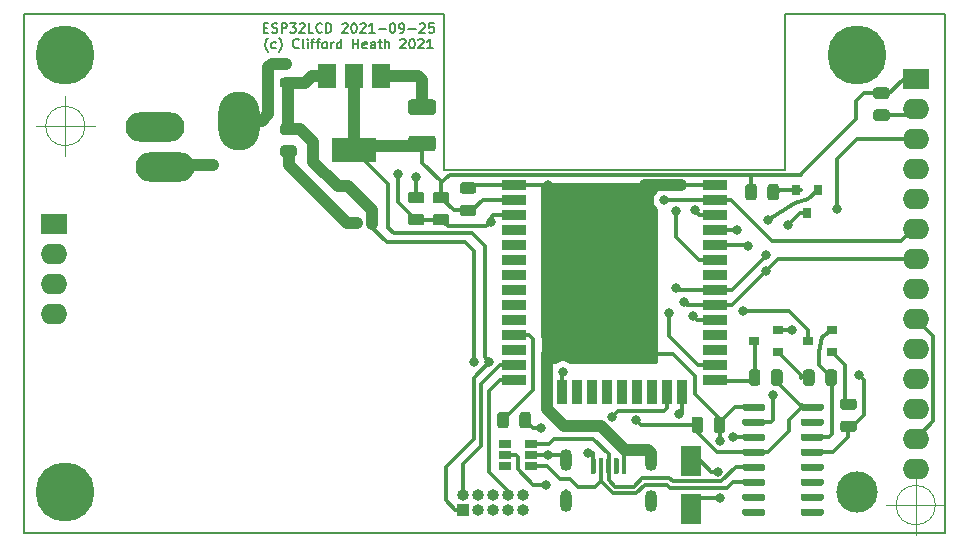
<source format=gbr>
%TF.GenerationSoftware,KiCad,Pcbnew,(5.1.6-0-10_14)*%
%TF.CreationDate,2021-09-25T22:28:50+10:00*%
%TF.ProjectId,esp32lcd,65737033-326c-4636-942e-6b696361645f,rev?*%
%TF.SameCoordinates,PX47868c0PY93d1cc0*%
%TF.FileFunction,Copper,L1,Top*%
%TF.FilePolarity,Positive*%
%FSLAX46Y46*%
G04 Gerber Fmt 4.6, Leading zero omitted, Abs format (unit mm)*
G04 Created by KiCad (PCBNEW (5.1.6-0-10_14)) date 2021-09-25 22:28:50*
%MOMM*%
%LPD*%
G01*
G04 APERTURE LIST*
%TA.AperFunction,NonConductor*%
%ADD10C,0.150000*%
%TD*%
%TA.AperFunction,Profile*%
%ADD11C,0.150000*%
%TD*%
%TA.AperFunction,Profile*%
%ADD12C,0.050000*%
%TD*%
%TA.AperFunction,ComponentPad*%
%ADD13R,2.250000X1.727200*%
%TD*%
%TA.AperFunction,ComponentPad*%
%ADD14O,2.250000X1.727200*%
%TD*%
%TA.AperFunction,ComponentPad*%
%ADD15O,1.000000X1.000000*%
%TD*%
%TA.AperFunction,ComponentPad*%
%ADD16R,1.000000X1.000000*%
%TD*%
%TA.AperFunction,SMDPad,CuDef*%
%ADD17R,0.900000X0.800000*%
%TD*%
%TA.AperFunction,ComponentPad*%
%ADD18O,5.000000X2.500000*%
%TD*%
%TA.AperFunction,ComponentPad*%
%ADD19O,3.500000X5.000000*%
%TD*%
%TA.AperFunction,SMDPad,CuDef*%
%ADD20R,1.060000X0.650000*%
%TD*%
%TA.AperFunction,SMDPad,CuDef*%
%ADD21R,3.800000X2.000000*%
%TD*%
%TA.AperFunction,SMDPad,CuDef*%
%ADD22R,1.500000X2.000000*%
%TD*%
%TA.AperFunction,SMDPad,CuDef*%
%ADD23R,0.800000X0.900000*%
%TD*%
%TA.AperFunction,ComponentPad*%
%ADD24O,1.050000X1.850000*%
%TD*%
%TA.AperFunction,SMDPad,CuDef*%
%ADD25R,5.000000X5.000000*%
%TD*%
%TA.AperFunction,SMDPad,CuDef*%
%ADD26R,2.000000X0.900000*%
%TD*%
%TA.AperFunction,SMDPad,CuDef*%
%ADD27R,0.900000X2.000000*%
%TD*%
%TA.AperFunction,SMDPad,CuDef*%
%ADD28R,1.800000X2.500000*%
%TD*%
%TA.AperFunction,ViaPad*%
%ADD29C,6.000000*%
%TD*%
%TA.AperFunction,ViaPad*%
%ADD30C,0.800000*%
%TD*%
%TA.AperFunction,ViaPad*%
%ADD31C,5.000000*%
%TD*%
%TA.AperFunction,ViaPad*%
%ADD32C,3.500000*%
%TD*%
%TA.AperFunction,Conductor*%
%ADD33C,0.350000*%
%TD*%
%TA.AperFunction,Conductor*%
%ADD34C,1.000000*%
%TD*%
%TA.AperFunction,Conductor*%
%ADD35C,0.254000*%
%TD*%
G04 APERTURE END LIST*
D10*
X20319047Y42832143D02*
X20585714Y42832143D01*
X20700000Y42413096D02*
X20319047Y42413096D01*
X20319047Y43213096D01*
X20700000Y43213096D01*
X21004761Y42451191D02*
X21119047Y42413096D01*
X21309523Y42413096D01*
X21385714Y42451191D01*
X21423809Y42489286D01*
X21461904Y42565477D01*
X21461904Y42641667D01*
X21423809Y42717858D01*
X21385714Y42755953D01*
X21309523Y42794048D01*
X21157142Y42832143D01*
X21080952Y42870239D01*
X21042857Y42908334D01*
X21004761Y42984524D01*
X21004761Y43060715D01*
X21042857Y43136905D01*
X21080952Y43175000D01*
X21157142Y43213096D01*
X21347619Y43213096D01*
X21461904Y43175000D01*
X21804761Y42413096D02*
X21804761Y43213096D01*
X22109523Y43213096D01*
X22185714Y43175000D01*
X22223809Y43136905D01*
X22261904Y43060715D01*
X22261904Y42946429D01*
X22223809Y42870239D01*
X22185714Y42832143D01*
X22109523Y42794048D01*
X21804761Y42794048D01*
X22528571Y43213096D02*
X23023809Y43213096D01*
X22757142Y42908334D01*
X22871428Y42908334D01*
X22947619Y42870239D01*
X22985714Y42832143D01*
X23023809Y42755953D01*
X23023809Y42565477D01*
X22985714Y42489286D01*
X22947619Y42451191D01*
X22871428Y42413096D01*
X22642857Y42413096D01*
X22566666Y42451191D01*
X22528571Y42489286D01*
X23328571Y43136905D02*
X23366666Y43175000D01*
X23442857Y43213096D01*
X23633333Y43213096D01*
X23709523Y43175000D01*
X23747619Y43136905D01*
X23785714Y43060715D01*
X23785714Y42984524D01*
X23747619Y42870239D01*
X23290476Y42413096D01*
X23785714Y42413096D01*
X24509523Y42413096D02*
X24128571Y42413096D01*
X24128571Y43213096D01*
X25233333Y42489286D02*
X25195238Y42451191D01*
X25080952Y42413096D01*
X25004761Y42413096D01*
X24890476Y42451191D01*
X24814285Y42527381D01*
X24776190Y42603572D01*
X24738095Y42755953D01*
X24738095Y42870239D01*
X24776190Y43022620D01*
X24814285Y43098810D01*
X24890476Y43175000D01*
X25004761Y43213096D01*
X25080952Y43213096D01*
X25195238Y43175000D01*
X25233333Y43136905D01*
X25576190Y42413096D02*
X25576190Y43213096D01*
X25766666Y43213096D01*
X25880952Y43175000D01*
X25957142Y43098810D01*
X25995238Y43022620D01*
X26033333Y42870239D01*
X26033333Y42755953D01*
X25995238Y42603572D01*
X25957142Y42527381D01*
X25880952Y42451191D01*
X25766666Y42413096D01*
X25576190Y42413096D01*
X26947619Y43136905D02*
X26985714Y43175000D01*
X27061904Y43213096D01*
X27252380Y43213096D01*
X27328571Y43175000D01*
X27366666Y43136905D01*
X27404761Y43060715D01*
X27404761Y42984524D01*
X27366666Y42870239D01*
X26909523Y42413096D01*
X27404761Y42413096D01*
X27900000Y43213096D02*
X27976190Y43213096D01*
X28052380Y43175000D01*
X28090476Y43136905D01*
X28128571Y43060715D01*
X28166666Y42908334D01*
X28166666Y42717858D01*
X28128571Y42565477D01*
X28090476Y42489286D01*
X28052380Y42451191D01*
X27976190Y42413096D01*
X27900000Y42413096D01*
X27823809Y42451191D01*
X27785714Y42489286D01*
X27747619Y42565477D01*
X27709523Y42717858D01*
X27709523Y42908334D01*
X27747619Y43060715D01*
X27785714Y43136905D01*
X27823809Y43175000D01*
X27900000Y43213096D01*
X28471428Y43136905D02*
X28509523Y43175000D01*
X28585714Y43213096D01*
X28776190Y43213096D01*
X28852380Y43175000D01*
X28890476Y43136905D01*
X28928571Y43060715D01*
X28928571Y42984524D01*
X28890476Y42870239D01*
X28433333Y42413096D01*
X28928571Y42413096D01*
X29690476Y42413096D02*
X29233333Y42413096D01*
X29461904Y42413096D02*
X29461904Y43213096D01*
X29385714Y43098810D01*
X29309523Y43022620D01*
X29233333Y42984524D01*
X30033333Y42717858D02*
X30642857Y42717858D01*
X31176190Y43213096D02*
X31252380Y43213096D01*
X31328571Y43175000D01*
X31366666Y43136905D01*
X31404761Y43060715D01*
X31442857Y42908334D01*
X31442857Y42717858D01*
X31404761Y42565477D01*
X31366666Y42489286D01*
X31328571Y42451191D01*
X31252380Y42413096D01*
X31176190Y42413096D01*
X31100000Y42451191D01*
X31061904Y42489286D01*
X31023809Y42565477D01*
X30985714Y42717858D01*
X30985714Y42908334D01*
X31023809Y43060715D01*
X31061904Y43136905D01*
X31100000Y43175000D01*
X31176190Y43213096D01*
X31823809Y42413096D02*
X31976190Y42413096D01*
X32052380Y42451191D01*
X32090476Y42489286D01*
X32166666Y42603572D01*
X32204761Y42755953D01*
X32204761Y43060715D01*
X32166666Y43136905D01*
X32128571Y43175000D01*
X32052380Y43213096D01*
X31900000Y43213096D01*
X31823809Y43175000D01*
X31785714Y43136905D01*
X31747619Y43060715D01*
X31747619Y42870239D01*
X31785714Y42794048D01*
X31823809Y42755953D01*
X31900000Y42717858D01*
X32052380Y42717858D01*
X32128571Y42755953D01*
X32166666Y42794048D01*
X32204761Y42870239D01*
X32547619Y42717858D02*
X33157142Y42717858D01*
X33500000Y43136905D02*
X33538095Y43175000D01*
X33614285Y43213096D01*
X33804761Y43213096D01*
X33880952Y43175000D01*
X33919047Y43136905D01*
X33957142Y43060715D01*
X33957142Y42984524D01*
X33919047Y42870239D01*
X33461904Y42413096D01*
X33957142Y42413096D01*
X34680952Y43213096D02*
X34300000Y43213096D01*
X34261904Y42832143D01*
X34300000Y42870239D01*
X34376190Y42908334D01*
X34566666Y42908334D01*
X34642857Y42870239D01*
X34680952Y42832143D01*
X34719047Y42755953D01*
X34719047Y42565477D01*
X34680952Y42489286D01*
X34642857Y42451191D01*
X34566666Y42413096D01*
X34376190Y42413096D01*
X34300000Y42451191D01*
X34261904Y42489286D01*
X20661904Y40758334D02*
X20623809Y40796429D01*
X20547619Y40910715D01*
X20509523Y40986905D01*
X20471428Y41101191D01*
X20433333Y41291667D01*
X20433333Y41444048D01*
X20471428Y41634524D01*
X20509523Y41748810D01*
X20547619Y41825000D01*
X20623809Y41939286D01*
X20661904Y41977381D01*
X21309523Y41101191D02*
X21233333Y41063096D01*
X21080952Y41063096D01*
X21004761Y41101191D01*
X20966666Y41139286D01*
X20928571Y41215477D01*
X20928571Y41444048D01*
X20966666Y41520239D01*
X21004761Y41558334D01*
X21080952Y41596429D01*
X21233333Y41596429D01*
X21309523Y41558334D01*
X21576190Y40758334D02*
X21614285Y40796429D01*
X21690476Y40910715D01*
X21728571Y40986905D01*
X21766666Y41101191D01*
X21804761Y41291667D01*
X21804761Y41444048D01*
X21766666Y41634524D01*
X21728571Y41748810D01*
X21690476Y41825000D01*
X21614285Y41939286D01*
X21576190Y41977381D01*
X23252380Y41139286D02*
X23214285Y41101191D01*
X23100000Y41063096D01*
X23023809Y41063096D01*
X22909523Y41101191D01*
X22833333Y41177381D01*
X22795238Y41253572D01*
X22757142Y41405953D01*
X22757142Y41520239D01*
X22795238Y41672620D01*
X22833333Y41748810D01*
X22909523Y41825000D01*
X23023809Y41863096D01*
X23100000Y41863096D01*
X23214285Y41825000D01*
X23252380Y41786905D01*
X23709523Y41063096D02*
X23633333Y41101191D01*
X23595238Y41177381D01*
X23595238Y41863096D01*
X24014285Y41063096D02*
X24014285Y41596429D01*
X24014285Y41863096D02*
X23976190Y41825000D01*
X24014285Y41786905D01*
X24052380Y41825000D01*
X24014285Y41863096D01*
X24014285Y41786905D01*
X24280952Y41596429D02*
X24585714Y41596429D01*
X24395238Y41063096D02*
X24395238Y41748810D01*
X24433333Y41825000D01*
X24509523Y41863096D01*
X24585714Y41863096D01*
X24738095Y41596429D02*
X25042857Y41596429D01*
X24852380Y41063096D02*
X24852380Y41748810D01*
X24890476Y41825000D01*
X24966666Y41863096D01*
X25042857Y41863096D01*
X25423809Y41063096D02*
X25347619Y41101191D01*
X25309523Y41139286D01*
X25271428Y41215477D01*
X25271428Y41444048D01*
X25309523Y41520239D01*
X25347619Y41558334D01*
X25423809Y41596429D01*
X25538095Y41596429D01*
X25614285Y41558334D01*
X25652380Y41520239D01*
X25690476Y41444048D01*
X25690476Y41215477D01*
X25652380Y41139286D01*
X25614285Y41101191D01*
X25538095Y41063096D01*
X25423809Y41063096D01*
X26033333Y41063096D02*
X26033333Y41596429D01*
X26033333Y41444048D02*
X26071428Y41520239D01*
X26109523Y41558334D01*
X26185714Y41596429D01*
X26261904Y41596429D01*
X26871428Y41063096D02*
X26871428Y41863096D01*
X26871428Y41101191D02*
X26795238Y41063096D01*
X26642857Y41063096D01*
X26566666Y41101191D01*
X26528571Y41139286D01*
X26490476Y41215477D01*
X26490476Y41444048D01*
X26528571Y41520239D01*
X26566666Y41558334D01*
X26642857Y41596429D01*
X26795238Y41596429D01*
X26871428Y41558334D01*
X27861904Y41063096D02*
X27861904Y41863096D01*
X27861904Y41482143D02*
X28319047Y41482143D01*
X28319047Y41063096D02*
X28319047Y41863096D01*
X29004761Y41101191D02*
X28928571Y41063096D01*
X28776190Y41063096D01*
X28700000Y41101191D01*
X28661904Y41177381D01*
X28661904Y41482143D01*
X28700000Y41558334D01*
X28776190Y41596429D01*
X28928571Y41596429D01*
X29004761Y41558334D01*
X29042857Y41482143D01*
X29042857Y41405953D01*
X28661904Y41329762D01*
X29728571Y41063096D02*
X29728571Y41482143D01*
X29690476Y41558334D01*
X29614285Y41596429D01*
X29461904Y41596429D01*
X29385714Y41558334D01*
X29728571Y41101191D02*
X29652380Y41063096D01*
X29461904Y41063096D01*
X29385714Y41101191D01*
X29347619Y41177381D01*
X29347619Y41253572D01*
X29385714Y41329762D01*
X29461904Y41367858D01*
X29652380Y41367858D01*
X29728571Y41405953D01*
X29995238Y41596429D02*
X30300000Y41596429D01*
X30109523Y41863096D02*
X30109523Y41177381D01*
X30147619Y41101191D01*
X30223809Y41063096D01*
X30300000Y41063096D01*
X30566666Y41063096D02*
X30566666Y41863096D01*
X30909523Y41063096D02*
X30909523Y41482143D01*
X30871428Y41558334D01*
X30795238Y41596429D01*
X30680952Y41596429D01*
X30604761Y41558334D01*
X30566666Y41520239D01*
X31861904Y41786905D02*
X31900000Y41825000D01*
X31976190Y41863096D01*
X32166666Y41863096D01*
X32242857Y41825000D01*
X32280952Y41786905D01*
X32319047Y41710715D01*
X32319047Y41634524D01*
X32280952Y41520239D01*
X31823809Y41063096D01*
X32319047Y41063096D01*
X32814285Y41863096D02*
X32890476Y41863096D01*
X32966666Y41825000D01*
X33004761Y41786905D01*
X33042857Y41710715D01*
X33080952Y41558334D01*
X33080952Y41367858D01*
X33042857Y41215477D01*
X33004761Y41139286D01*
X32966666Y41101191D01*
X32890476Y41063096D01*
X32814285Y41063096D01*
X32738095Y41101191D01*
X32700000Y41139286D01*
X32661904Y41215477D01*
X32623809Y41367858D01*
X32623809Y41558334D01*
X32661904Y41710715D01*
X32700000Y41786905D01*
X32738095Y41825000D01*
X32814285Y41863096D01*
X33385714Y41786905D02*
X33423809Y41825000D01*
X33500000Y41863096D01*
X33690476Y41863096D01*
X33766666Y41825000D01*
X33804761Y41786905D01*
X33842857Y41710715D01*
X33842857Y41634524D01*
X33804761Y41520239D01*
X33347619Y41063096D01*
X33842857Y41063096D01*
X34604761Y41063096D02*
X34147619Y41063096D01*
X34376190Y41063096D02*
X34376190Y41863096D01*
X34300000Y41748810D01*
X34223809Y41672620D01*
X34147619Y41634524D01*
D11*
X78000000Y44000000D02*
X64400000Y44000000D01*
X64400000Y30800000D02*
X64400000Y44000000D01*
X35600000Y30800000D02*
X64400000Y30800000D01*
X35600000Y44000000D02*
X35600000Y30800000D01*
D12*
X77166666Y2400000D02*
G75*
G03*
X77166666Y2400000I-1666666J0D01*
G01*
X73000000Y2400000D02*
X78000000Y2400000D01*
X75500000Y4900000D02*
X75500000Y-100000D01*
X5166666Y34500000D02*
G75*
G03*
X5166666Y34500000I-1666666J0D01*
G01*
X1000000Y34500000D02*
X6000000Y34500000D01*
X3500000Y37000000D02*
X3500000Y32000000D01*
D11*
X35600000Y44000000D02*
X0Y44000000D01*
X0Y0D02*
X0Y44000000D01*
X78000000Y0D02*
X0Y0D01*
X78000000Y44000000D02*
X78000000Y0D01*
D13*
%TO.P,U15,15*%
%TO.N,VSPICLK*%
X2570000Y26190000D03*
D14*
%TO.P,U15,16*%
%TO.N,VSPIDIN*%
X2570000Y23650000D03*
%TO.P,U15,17*%
%TO.N,VSPIDATA*%
X2570000Y21110000D03*
%TO.P,U15,18*%
%TO.N,VSPICS1*%
X2570000Y18570000D03*
%TO.P,U15,14*%
%TO.N,Net-(U15-Pad14)*%
X75500000Y5480000D03*
%TO.P,U15,13*%
%TO.N,VSPIDIN*%
X75500000Y8020000D03*
%TO.P,U15,12*%
%TO.N,VSPIDATA*%
X75500000Y10560000D03*
%TO.P,U15,11*%
%TO.N,VSPICS2*%
X75500000Y13100000D03*
%TO.P,U15,10*%
%TO.N,VSPICLK*%
X75500000Y15640000D03*
%TO.P,U15,9*%
%TO.N,VSPIDIN*%
X75500000Y18180000D03*
%TO.P,U15,8*%
%TO.N,BACKLIGHT*%
X75500000Y20720000D03*
%TO.P,U15,7*%
%TO.N,VSPICLK*%
X75500000Y23260000D03*
%TO.P,U15,6*%
%TO.N,VSPIDATA*%
X75500000Y25800000D03*
%TO.P,U15,5*%
%TO.N,LCDDC*%
X75500000Y28340000D03*
%TO.P,U15,4*%
%TO.N,LCDRST*%
X75500000Y30880000D03*
%TO.P,U15,3*%
%TO.N,VSPICS0*%
X75500000Y33420000D03*
%TO.P,U15,2*%
%TO.N,GND*%
X75500000Y35960000D03*
D13*
%TO.P,U15,1*%
%TO.N,+3V3*%
X75500000Y38500000D03*
%TD*%
D15*
%TO.P,J1,10*%
%TO.N,Net-(J1-Pad10)*%
X42280000Y3270000D03*
%TO.P,J1,9*%
%TO.N,GND*%
X42280000Y2000000D03*
%TO.P,J1,8*%
%TO.N,Net-(J1-Pad8)*%
X41010000Y3270000D03*
%TO.P,J1,7*%
%TO.N,GND*%
X41010000Y2000000D03*
%TO.P,J1,6*%
%TO.N,Net-(J1-Pad6)*%
X39740000Y3270000D03*
%TO.P,J1,5*%
%TO.N,GND*%
X39740000Y2000000D03*
%TO.P,J1,4*%
%TO.N,Net-(J1-Pad4)*%
X38470000Y3270000D03*
%TO.P,J1,3*%
%TO.N,GND*%
X38470000Y2000000D03*
%TO.P,J1,2*%
%TO.N,Net-(J1-Pad2)*%
X37200000Y3270000D03*
D16*
%TO.P,J1,1*%
%TO.N,+3V3*%
X37200000Y2000000D03*
%TD*%
%TO.P,R1,2*%
%TO.N,Net-(Q1-Pad1)*%
%TA.AperFunction,SMDPad,CuDef*%
G36*
G01*
X66950000Y13656250D02*
X66950000Y12743750D01*
G75*
G02*
X66706250Y12500000I-243750J0D01*
G01*
X66218750Y12500000D01*
G75*
G02*
X65975000Y12743750I0J243750D01*
G01*
X65975000Y13656250D01*
G75*
G02*
X66218750Y13900000I243750J0D01*
G01*
X66706250Y13900000D01*
G75*
G02*
X66950000Y13656250I0J-243750D01*
G01*
G37*
%TD.AperFunction*%
%TO.P,R1,1*%
%TO.N,Net-(Q12-Pad2)*%
%TA.AperFunction,SMDPad,CuDef*%
G36*
G01*
X68825000Y13656250D02*
X68825000Y12743750D01*
G75*
G02*
X68581250Y12500000I-243750J0D01*
G01*
X68093750Y12500000D01*
G75*
G02*
X67850000Y12743750I0J243750D01*
G01*
X67850000Y13656250D01*
G75*
G02*
X68093750Y13900000I243750J0D01*
G01*
X68581250Y13900000D01*
G75*
G02*
X68825000Y13656250I0J-243750D01*
G01*
G37*
%TD.AperFunction*%
%TD*%
D17*
%TO.P,Q1,1*%
%TO.N,Net-(Q1-Pad1)*%
X63800000Y15350000D03*
%TO.P,Q1,2*%
%TO.N,Net-(Q1-Pad2)*%
X63800000Y17250000D03*
%TO.P,Q1,3*%
%TO.N,Net-(Q1-Pad3)*%
X61800000Y16300000D03*
%TD*%
%TO.P,R14,2*%
%TO.N,Net-(Q1-Pad3)*%
%TA.AperFunction,SMDPad,CuDef*%
G36*
G01*
X62350000Y13656250D02*
X62350000Y12743750D01*
G75*
G02*
X62106250Y12500000I-243750J0D01*
G01*
X61618750Y12500000D01*
G75*
G02*
X61375000Y12743750I0J243750D01*
G01*
X61375000Y13656250D01*
G75*
G02*
X61618750Y13900000I243750J0D01*
G01*
X62106250Y13900000D01*
G75*
G02*
X62350000Y13656250I0J-243750D01*
G01*
G37*
%TD.AperFunction*%
%TO.P,R14,1*%
%TO.N,+3V3*%
%TA.AperFunction,SMDPad,CuDef*%
G36*
G01*
X64225000Y13656250D02*
X64225000Y12743750D01*
G75*
G02*
X63981250Y12500000I-243750J0D01*
G01*
X63493750Y12500000D01*
G75*
G02*
X63250000Y12743750I0J243750D01*
G01*
X63250000Y13656250D01*
G75*
G02*
X63493750Y13900000I243750J0D01*
G01*
X63981250Y13900000D01*
G75*
G02*
X64225000Y13656250I0J-243750D01*
G01*
G37*
%TD.AperFunction*%
%TD*%
%TO.P,FB11,2*%
%TO.N,Net-(FB11-Pad2)*%
%TA.AperFunction,SMDPad,CuDef*%
G36*
G01*
X22406250Y39300000D02*
X21893750Y39300000D01*
G75*
G02*
X21675000Y39518750I0J218750D01*
G01*
X21675000Y39956250D01*
G75*
G02*
X21893750Y40175000I218750J0D01*
G01*
X22406250Y40175000D01*
G75*
G02*
X22625000Y39956250I0J-218750D01*
G01*
X22625000Y39518750D01*
G75*
G02*
X22406250Y39300000I-218750J0D01*
G01*
G37*
%TD.AperFunction*%
%TO.P,FB11,1*%
%TO.N,+5V*%
%TA.AperFunction,SMDPad,CuDef*%
G36*
G01*
X22406250Y37725000D02*
X21893750Y37725000D01*
G75*
G02*
X21675000Y37943750I0J218750D01*
G01*
X21675000Y38381250D01*
G75*
G02*
X21893750Y38600000I218750J0D01*
G01*
X22406250Y38600000D01*
G75*
G02*
X22625000Y38381250I0J-218750D01*
G01*
X22625000Y37943750D01*
G75*
G02*
X22406250Y37725000I-218750J0D01*
G01*
G37*
%TD.AperFunction*%
%TD*%
%TO.P,C12,2*%
%TO.N,GND*%
%TA.AperFunction,SMDPad,CuDef*%
G36*
G01*
X21943750Y32850000D02*
X22856250Y32850000D01*
G75*
G02*
X23100000Y32606250I0J-243750D01*
G01*
X23100000Y32118750D01*
G75*
G02*
X22856250Y31875000I-243750J0D01*
G01*
X21943750Y31875000D01*
G75*
G02*
X21700000Y32118750I0J243750D01*
G01*
X21700000Y32606250D01*
G75*
G02*
X21943750Y32850000I243750J0D01*
G01*
G37*
%TD.AperFunction*%
%TO.P,C12,1*%
%TO.N,+5V*%
%TA.AperFunction,SMDPad,CuDef*%
G36*
G01*
X21943750Y34725000D02*
X22856250Y34725000D01*
G75*
G02*
X23100000Y34481250I0J-243750D01*
G01*
X23100000Y33993750D01*
G75*
G02*
X22856250Y33750000I-243750J0D01*
G01*
X21943750Y33750000D01*
G75*
G02*
X21700000Y33993750I0J243750D01*
G01*
X21700000Y34481250D01*
G75*
G02*
X21943750Y34725000I243750J0D01*
G01*
G37*
%TD.AperFunction*%
%TD*%
D18*
%TO.P,J12,3*%
%TO.N,Net-(J12-Pad3)*%
X11100000Y34400000D03*
D19*
%TO.P,J12,2*%
%TO.N,Net-(FB11-Pad2)*%
X18200000Y34950000D03*
D18*
%TO.P,J12,1*%
%TO.N,GND*%
X11900000Y31000000D03*
%TD*%
D20*
%TO.P,U11,5*%
%TO.N,+5V*%
X40750000Y6650000D03*
%TO.P,U11,6*%
%TO.N,Net-(U11-Pad6)*%
X40750000Y5700000D03*
%TO.P,U11,4*%
%TO.N,Net-(U11-Pad4)*%
X40750000Y7600000D03*
%TO.P,U11,3*%
%TO.N,/D+*%
X42950000Y7600000D03*
%TO.P,U11,2*%
%TO.N,GND*%
X42950000Y6650000D03*
%TO.P,U11,1*%
%TO.N,/D-*%
X42950000Y5700000D03*
%TD*%
%TO.P,C13,1*%
%TO.N,+3V3*%
%TA.AperFunction,SMDPad,CuDef*%
G36*
G01*
X34625001Y32350000D02*
X32774999Y32350000D01*
G75*
G02*
X32525000Y32599999I0J249999D01*
G01*
X32525000Y33425001D01*
G75*
G02*
X32774999Y33675000I249999J0D01*
G01*
X34625001Y33675000D01*
G75*
G02*
X34875000Y33425001I0J-249999D01*
G01*
X34875000Y32599999D01*
G75*
G02*
X34625001Y32350000I-249999J0D01*
G01*
G37*
%TD.AperFunction*%
%TO.P,C13,2*%
%TO.N,GND*%
%TA.AperFunction,SMDPad,CuDef*%
G36*
G01*
X34625001Y35425000D02*
X32774999Y35425000D01*
G75*
G02*
X32525000Y35674999I0J249999D01*
G01*
X32525000Y36500001D01*
G75*
G02*
X32774999Y36750000I249999J0D01*
G01*
X34625001Y36750000D01*
G75*
G02*
X34875000Y36500001I0J-249999D01*
G01*
X34875000Y35674999D01*
G75*
G02*
X34625001Y35425000I-249999J0D01*
G01*
G37*
%TD.AperFunction*%
%TD*%
%TO.P,U12,16*%
%TO.N,+3V3*%
%TA.AperFunction,SMDPad,CuDef*%
G36*
G01*
X65750000Y10545000D02*
X65750000Y10845000D01*
G75*
G02*
X65900000Y10995000I150000J0D01*
G01*
X67550000Y10995000D01*
G75*
G02*
X67700000Y10845000I0J-150000D01*
G01*
X67700000Y10545000D01*
G75*
G02*
X67550000Y10395000I-150000J0D01*
G01*
X65900000Y10395000D01*
G75*
G02*
X65750000Y10545000I0J150000D01*
G01*
G37*
%TD.AperFunction*%
%TO.P,U12,15*%
%TO.N,Net-(U12-Pad15)*%
%TA.AperFunction,SMDPad,CuDef*%
G36*
G01*
X65750000Y9275000D02*
X65750000Y9575000D01*
G75*
G02*
X65900000Y9725000I150000J0D01*
G01*
X67550000Y9725000D01*
G75*
G02*
X67700000Y9575000I0J-150000D01*
G01*
X67700000Y9275000D01*
G75*
G02*
X67550000Y9125000I-150000J0D01*
G01*
X65900000Y9125000D01*
G75*
G02*
X65750000Y9275000I0J150000D01*
G01*
G37*
%TD.AperFunction*%
%TO.P,U12,14*%
%TO.N,Net-(Q12-Pad2)*%
%TA.AperFunction,SMDPad,CuDef*%
G36*
G01*
X65750000Y8005000D02*
X65750000Y8305000D01*
G75*
G02*
X65900000Y8455000I150000J0D01*
G01*
X67550000Y8455000D01*
G75*
G02*
X67700000Y8305000I0J-150000D01*
G01*
X67700000Y8005000D01*
G75*
G02*
X67550000Y7855000I-150000J0D01*
G01*
X65900000Y7855000D01*
G75*
G02*
X65750000Y8005000I0J150000D01*
G01*
G37*
%TD.AperFunction*%
%TO.P,U12,13*%
%TO.N,Net-(Q1-Pad2)*%
%TA.AperFunction,SMDPad,CuDef*%
G36*
G01*
X65750000Y6735000D02*
X65750000Y7035000D01*
G75*
G02*
X65900000Y7185000I150000J0D01*
G01*
X67550000Y7185000D01*
G75*
G02*
X67700000Y7035000I0J-150000D01*
G01*
X67700000Y6735000D01*
G75*
G02*
X67550000Y6585000I-150000J0D01*
G01*
X65900000Y6585000D01*
G75*
G02*
X65750000Y6735000I0J150000D01*
G01*
G37*
%TD.AperFunction*%
%TO.P,U12,12*%
%TO.N,Net-(U12-Pad12)*%
%TA.AperFunction,SMDPad,CuDef*%
G36*
G01*
X65750000Y5465000D02*
X65750000Y5765000D01*
G75*
G02*
X65900000Y5915000I150000J0D01*
G01*
X67550000Y5915000D01*
G75*
G02*
X67700000Y5765000I0J-150000D01*
G01*
X67700000Y5465000D01*
G75*
G02*
X67550000Y5315000I-150000J0D01*
G01*
X65900000Y5315000D01*
G75*
G02*
X65750000Y5465000I0J150000D01*
G01*
G37*
%TD.AperFunction*%
%TO.P,U12,11*%
%TO.N,Net-(U12-Pad11)*%
%TA.AperFunction,SMDPad,CuDef*%
G36*
G01*
X65750000Y4195000D02*
X65750000Y4495000D01*
G75*
G02*
X65900000Y4645000I150000J0D01*
G01*
X67550000Y4645000D01*
G75*
G02*
X67700000Y4495000I0J-150000D01*
G01*
X67700000Y4195000D01*
G75*
G02*
X67550000Y4045000I-150000J0D01*
G01*
X65900000Y4045000D01*
G75*
G02*
X65750000Y4195000I0J150000D01*
G01*
G37*
%TD.AperFunction*%
%TO.P,U12,10*%
%TO.N,Net-(U12-Pad10)*%
%TA.AperFunction,SMDPad,CuDef*%
G36*
G01*
X65750000Y2925000D02*
X65750000Y3225000D01*
G75*
G02*
X65900000Y3375000I150000J0D01*
G01*
X67550000Y3375000D01*
G75*
G02*
X67700000Y3225000I0J-150000D01*
G01*
X67700000Y2925000D01*
G75*
G02*
X67550000Y2775000I-150000J0D01*
G01*
X65900000Y2775000D01*
G75*
G02*
X65750000Y2925000I0J150000D01*
G01*
G37*
%TD.AperFunction*%
%TO.P,U12,9*%
%TO.N,Net-(U12-Pad9)*%
%TA.AperFunction,SMDPad,CuDef*%
G36*
G01*
X65750000Y1655000D02*
X65750000Y1955000D01*
G75*
G02*
X65900000Y2105000I150000J0D01*
G01*
X67550000Y2105000D01*
G75*
G02*
X67700000Y1955000I0J-150000D01*
G01*
X67700000Y1655000D01*
G75*
G02*
X67550000Y1505000I-150000J0D01*
G01*
X65900000Y1505000D01*
G75*
G02*
X65750000Y1655000I0J150000D01*
G01*
G37*
%TD.AperFunction*%
%TO.P,U12,8*%
%TO.N,Net-(U12-Pad8)*%
%TA.AperFunction,SMDPad,CuDef*%
G36*
G01*
X60800000Y1655000D02*
X60800000Y1955000D01*
G75*
G02*
X60950000Y2105000I150000J0D01*
G01*
X62600000Y2105000D01*
G75*
G02*
X62750000Y1955000I0J-150000D01*
G01*
X62750000Y1655000D01*
G75*
G02*
X62600000Y1505000I-150000J0D01*
G01*
X60950000Y1505000D01*
G75*
G02*
X60800000Y1655000I0J150000D01*
G01*
G37*
%TD.AperFunction*%
%TO.P,U12,7*%
%TO.N,Net-(U12-Pad7)*%
%TA.AperFunction,SMDPad,CuDef*%
G36*
G01*
X60800000Y2925000D02*
X60800000Y3225000D01*
G75*
G02*
X60950000Y3375000I150000J0D01*
G01*
X62600000Y3375000D01*
G75*
G02*
X62750000Y3225000I0J-150000D01*
G01*
X62750000Y2925000D01*
G75*
G02*
X62600000Y2775000I-150000J0D01*
G01*
X60950000Y2775000D01*
G75*
G02*
X60800000Y2925000I0J150000D01*
G01*
G37*
%TD.AperFunction*%
%TO.P,U12,6*%
%TO.N,/D-*%
%TA.AperFunction,SMDPad,CuDef*%
G36*
G01*
X60800000Y4195000D02*
X60800000Y4495000D01*
G75*
G02*
X60950000Y4645000I150000J0D01*
G01*
X62600000Y4645000D01*
G75*
G02*
X62750000Y4495000I0J-150000D01*
G01*
X62750000Y4195000D01*
G75*
G02*
X62600000Y4045000I-150000J0D01*
G01*
X60950000Y4045000D01*
G75*
G02*
X60800000Y4195000I0J150000D01*
G01*
G37*
%TD.AperFunction*%
%TO.P,U12,5*%
%TO.N,/D+*%
%TA.AperFunction,SMDPad,CuDef*%
G36*
G01*
X60800000Y5465000D02*
X60800000Y5765000D01*
G75*
G02*
X60950000Y5915000I150000J0D01*
G01*
X62600000Y5915000D01*
G75*
G02*
X62750000Y5765000I0J-150000D01*
G01*
X62750000Y5465000D01*
G75*
G02*
X62600000Y5315000I-150000J0D01*
G01*
X60950000Y5315000D01*
G75*
G02*
X60800000Y5465000I0J150000D01*
G01*
G37*
%TD.AperFunction*%
%TO.P,U12,4*%
%TO.N,+3V3*%
%TA.AperFunction,SMDPad,CuDef*%
G36*
G01*
X60800000Y6735000D02*
X60800000Y7035000D01*
G75*
G02*
X60950000Y7185000I150000J0D01*
G01*
X62600000Y7185000D01*
G75*
G02*
X62750000Y7035000I0J-150000D01*
G01*
X62750000Y6735000D01*
G75*
G02*
X62600000Y6585000I-150000J0D01*
G01*
X60950000Y6585000D01*
G75*
G02*
X60800000Y6735000I0J150000D01*
G01*
G37*
%TD.AperFunction*%
%TO.P,U12,3*%
%TO.N,/TXD0*%
%TA.AperFunction,SMDPad,CuDef*%
G36*
G01*
X60800000Y8005000D02*
X60800000Y8305000D01*
G75*
G02*
X60950000Y8455000I150000J0D01*
G01*
X62600000Y8455000D01*
G75*
G02*
X62750000Y8305000I0J-150000D01*
G01*
X62750000Y8005000D01*
G75*
G02*
X62600000Y7855000I-150000J0D01*
G01*
X60950000Y7855000D01*
G75*
G02*
X60800000Y8005000I0J150000D01*
G01*
G37*
%TD.AperFunction*%
%TO.P,U12,2*%
%TO.N,/RXD0*%
%TA.AperFunction,SMDPad,CuDef*%
G36*
G01*
X60800000Y9275000D02*
X60800000Y9575000D01*
G75*
G02*
X60950000Y9725000I150000J0D01*
G01*
X62600000Y9725000D01*
G75*
G02*
X62750000Y9575000I0J-150000D01*
G01*
X62750000Y9275000D01*
G75*
G02*
X62600000Y9125000I-150000J0D01*
G01*
X60950000Y9125000D01*
G75*
G02*
X60800000Y9275000I0J150000D01*
G01*
G37*
%TD.AperFunction*%
%TO.P,U12,1*%
%TO.N,GND*%
%TA.AperFunction,SMDPad,CuDef*%
G36*
G01*
X60800000Y10545000D02*
X60800000Y10845000D01*
G75*
G02*
X60950000Y10995000I150000J0D01*
G01*
X62600000Y10995000D01*
G75*
G02*
X62750000Y10845000I0J-150000D01*
G01*
X62750000Y10545000D01*
G75*
G02*
X62600000Y10395000I-150000J0D01*
G01*
X60950000Y10395000D01*
G75*
G02*
X60800000Y10545000I0J150000D01*
G01*
G37*
%TD.AperFunction*%
%TD*%
D21*
%TO.P,U13,2*%
%TO.N,+3V3*%
X27950000Y32450000D03*
D22*
X27950000Y38750000D03*
%TO.P,U13,3*%
%TO.N,+5V*%
X25650000Y38750000D03*
%TO.P,U13,1*%
%TO.N,GND*%
X30250000Y38750000D03*
%TD*%
D23*
%TO.P,Q13,1*%
%TO.N,Net-(Q13-Pad1)*%
X67250000Y29100000D03*
%TO.P,Q13,2*%
%TO.N,Net-(Q13-Pad2)*%
X65350000Y29100000D03*
%TO.P,Q13,3*%
%TO.N,BACKLIGHT*%
X66300000Y27100000D03*
%TD*%
D17*
%TO.P,Q12,1*%
%TO.N,Net-(Q12-Pad1)*%
X68400000Y15350000D03*
%TO.P,Q12,2*%
%TO.N,Net-(Q12-Pad2)*%
X68400000Y17250000D03*
%TO.P,Q12,3*%
%TO.N,ESP_EN*%
X66400000Y16300000D03*
%TD*%
D24*
%TO.P,J11,6*%
%TO.N,GND*%
X53075000Y2770000D03*
X45925000Y2770000D03*
X53075000Y6220000D03*
X45925000Y6220000D03*
%TO.P,J11,5*%
%TA.AperFunction,SMDPad,CuDef*%
G36*
G01*
X50600000Y5120000D02*
X50600000Y6320000D01*
G75*
G02*
X50700000Y6420000I100000J0D01*
G01*
X50900000Y6420000D01*
G75*
G02*
X51000000Y6320000I0J-100000D01*
G01*
X51000000Y5120000D01*
G75*
G02*
X50900000Y5020000I-100000J0D01*
G01*
X50700000Y5020000D01*
G75*
G02*
X50600000Y5120000I0J100000D01*
G01*
G37*
%TD.AperFunction*%
%TO.P,J11,4*%
%TO.N,Net-(J11-Pad4)*%
%TA.AperFunction,SMDPad,CuDef*%
G36*
G01*
X49950000Y5120000D02*
X49950000Y6320000D01*
G75*
G02*
X50050000Y6420000I100000J0D01*
G01*
X50250000Y6420000D01*
G75*
G02*
X50350000Y6320000I0J-100000D01*
G01*
X50350000Y5120000D01*
G75*
G02*
X50250000Y5020000I-100000J0D01*
G01*
X50050000Y5020000D01*
G75*
G02*
X49950000Y5120000I0J100000D01*
G01*
G37*
%TD.AperFunction*%
%TO.P,J11,3*%
%TO.N,/D+*%
%TA.AperFunction,SMDPad,CuDef*%
G36*
G01*
X49300000Y5120000D02*
X49300000Y6320000D01*
G75*
G02*
X49400000Y6420000I100000J0D01*
G01*
X49600000Y6420000D01*
G75*
G02*
X49700000Y6320000I0J-100000D01*
G01*
X49700000Y5120000D01*
G75*
G02*
X49600000Y5020000I-100000J0D01*
G01*
X49400000Y5020000D01*
G75*
G02*
X49300000Y5120000I0J100000D01*
G01*
G37*
%TD.AperFunction*%
%TO.P,J11,2*%
%TO.N,/D-*%
%TA.AperFunction,SMDPad,CuDef*%
G36*
G01*
X48650000Y5120000D02*
X48650000Y6320000D01*
G75*
G02*
X48750000Y6420000I100000J0D01*
G01*
X48950000Y6420000D01*
G75*
G02*
X49050000Y6320000I0J-100000D01*
G01*
X49050000Y5120000D01*
G75*
G02*
X48950000Y5020000I-100000J0D01*
G01*
X48750000Y5020000D01*
G75*
G02*
X48650000Y5120000I0J100000D01*
G01*
G37*
%TD.AperFunction*%
%TO.P,J11,1*%
%TO.N,Net-(D11-Pad2)*%
%TA.AperFunction,SMDPad,CuDef*%
G36*
G01*
X48000000Y5120000D02*
X48000000Y6320000D01*
G75*
G02*
X48100000Y6420000I100000J0D01*
G01*
X48300000Y6420000D01*
G75*
G02*
X48400000Y6320000I0J-100000D01*
G01*
X48400000Y5120000D01*
G75*
G02*
X48300000Y5020000I-100000J0D01*
G01*
X48100000Y5020000D01*
G75*
G02*
X48000000Y5120000I0J100000D01*
G01*
G37*
%TD.AperFunction*%
%TD*%
D25*
%TO.P,U14,39*%
%TO.N,GND*%
X49000000Y22005000D03*
D26*
%TO.P,U14,1*%
X41500000Y29505000D03*
%TO.P,U14,2*%
%TO.N,+3V3*%
X41500000Y28235000D03*
%TO.P,U14,3*%
%TO.N,ESP_EN*%
X41500000Y26965000D03*
%TO.P,U14,4*%
%TO.N,Net-(U14-Pad4)*%
X41500000Y25695000D03*
%TO.P,U14,5*%
%TO.N,Net-(U14-Pad5)*%
X41500000Y24425000D03*
%TO.P,U14,6*%
%TO.N,Net-(U14-Pad6)*%
X41500000Y23155000D03*
%TO.P,U14,7*%
%TO.N,Net-(U14-Pad7)*%
X41500000Y21885000D03*
%TO.P,U14,8*%
%TO.N,Net-(U14-Pad8)*%
X41500000Y20615000D03*
%TO.P,U14,9*%
%TO.N,Net-(U14-Pad9)*%
X41500000Y19345000D03*
%TO.P,U14,10*%
%TO.N,Net-(U14-Pad10)*%
X41500000Y18075000D03*
%TO.P,U14,11*%
%TO.N,Net-(R15-Pad1)*%
X41500000Y16805000D03*
%TO.P,U14,12*%
%TO.N,Net-(U14-Pad12)*%
X41500000Y15535000D03*
%TO.P,U14,13*%
%TO.N,Net-(J1-Pad2)*%
X41500000Y14265000D03*
%TO.P,U14,14*%
%TO.N,Net-(J1-Pad8)*%
X41500000Y12995000D03*
D27*
%TO.P,U14,15*%
%TO.N,GND*%
X44285000Y11995000D03*
%TO.P,U14,16*%
%TO.N,Net-(J1-Pad4)*%
X45555000Y11995000D03*
%TO.P,U14,17*%
%TO.N,Net-(U14-Pad17)*%
X46825000Y11995000D03*
%TO.P,U14,18*%
%TO.N,Net-(U14-Pad18)*%
X48095000Y11995000D03*
%TO.P,U14,19*%
%TO.N,Net-(U14-Pad19)*%
X49365000Y11995000D03*
%TO.P,U14,20*%
%TO.N,Net-(U14-Pad20)*%
X50635000Y11995000D03*
%TO.P,U14,21*%
%TO.N,Net-(U14-Pad21)*%
X51905000Y11995000D03*
%TO.P,U14,22*%
%TO.N,Net-(U14-Pad22)*%
X53175000Y11995000D03*
%TO.P,U14,23*%
%TO.N,Net-(J1-Pad6)*%
X54445000Y11995000D03*
%TO.P,U14,24*%
%TO.N,VSPICS2*%
X55715000Y11995000D03*
D26*
%TO.P,U14,25*%
%TO.N,Net-(Q1-Pad3)*%
X58500000Y12995000D03*
%TO.P,U14,26*%
%TO.N,VSPICS1*%
X58500000Y14265000D03*
%TO.P,U14,27*%
%TO.N,Net-(U14-Pad27)*%
X58500000Y15535000D03*
%TO.P,U14,28*%
%TO.N,Net-(U14-Pad28)*%
X58500000Y16805000D03*
%TO.P,U14,29*%
%TO.N,VSPICS0*%
X58500000Y18075000D03*
%TO.P,U14,30*%
%TO.N,VSPICLK*%
X58500000Y19345000D03*
%TO.P,U14,31*%
%TO.N,VSPIDIN*%
X58500000Y20615000D03*
%TO.P,U14,32*%
%TO.N,Net-(U14-Pad32)*%
X58500000Y21885000D03*
%TO.P,U14,33*%
%TO.N,LCDRST*%
X58500000Y23155000D03*
%TO.P,U14,34*%
%TO.N,/RXD0*%
X58500000Y24425000D03*
%TO.P,U14,35*%
%TO.N,/TXD0*%
X58500000Y25695000D03*
%TO.P,U14,36*%
%TO.N,LCDDC*%
X58500000Y26965000D03*
%TO.P,U14,37*%
%TO.N,VSPIDATA*%
X58500000Y28235000D03*
%TO.P,U14,38*%
%TO.N,GND*%
X58500000Y29505000D03*
%TD*%
D28*
%TO.P,D11,2*%
%TO.N,Net-(D11-Pad2)*%
X56500000Y6100000D03*
%TO.P,D11,1*%
%TO.N,+5V*%
X56500000Y2100000D03*
%TD*%
%TO.P,R12,1*%
%TO.N,Net-(Q1-Pad2)*%
%TA.AperFunction,SMDPad,CuDef*%
G36*
G01*
X70256250Y8575000D02*
X69343750Y8575000D01*
G75*
G02*
X69100000Y8818750I0J243750D01*
G01*
X69100000Y9306250D01*
G75*
G02*
X69343750Y9550000I243750J0D01*
G01*
X70256250Y9550000D01*
G75*
G02*
X70500000Y9306250I0J-243750D01*
G01*
X70500000Y8818750D01*
G75*
G02*
X70256250Y8575000I-243750J0D01*
G01*
G37*
%TD.AperFunction*%
%TO.P,R12,2*%
%TO.N,Net-(Q12-Pad1)*%
%TA.AperFunction,SMDPad,CuDef*%
G36*
G01*
X70256250Y10450000D02*
X69343750Y10450000D01*
G75*
G02*
X69100000Y10693750I0J243750D01*
G01*
X69100000Y11181250D01*
G75*
G02*
X69343750Y11425000I243750J0D01*
G01*
X70256250Y11425000D01*
G75*
G02*
X70500000Y11181250I0J-243750D01*
G01*
X70500000Y10693750D01*
G75*
G02*
X70256250Y10450000I-243750J0D01*
G01*
G37*
%TD.AperFunction*%
%TD*%
%TO.P,C14,2*%
%TO.N,GND*%
%TA.AperFunction,SMDPad,CuDef*%
G36*
G01*
X38056250Y28750000D02*
X37143750Y28750000D01*
G75*
G02*
X36900000Y28993750I0J243750D01*
G01*
X36900000Y29481250D01*
G75*
G02*
X37143750Y29725000I243750J0D01*
G01*
X38056250Y29725000D01*
G75*
G02*
X38300000Y29481250I0J-243750D01*
G01*
X38300000Y28993750D01*
G75*
G02*
X38056250Y28750000I-243750J0D01*
G01*
G37*
%TD.AperFunction*%
%TO.P,C14,1*%
%TO.N,+3V3*%
%TA.AperFunction,SMDPad,CuDef*%
G36*
G01*
X38056250Y26875000D02*
X37143750Y26875000D01*
G75*
G02*
X36900000Y27118750I0J243750D01*
G01*
X36900000Y27606250D01*
G75*
G02*
X37143750Y27850000I243750J0D01*
G01*
X38056250Y27850000D01*
G75*
G02*
X38300000Y27606250I0J-243750D01*
G01*
X38300000Y27118750D01*
G75*
G02*
X38056250Y26875000I-243750J0D01*
G01*
G37*
%TD.AperFunction*%
%TD*%
%TO.P,C15,1*%
%TO.N,ESP_EN*%
%TA.AperFunction,SMDPad,CuDef*%
G36*
G01*
X33656250Y26075000D02*
X32743750Y26075000D01*
G75*
G02*
X32500000Y26318750I0J243750D01*
G01*
X32500000Y26806250D01*
G75*
G02*
X32743750Y27050000I243750J0D01*
G01*
X33656250Y27050000D01*
G75*
G02*
X33900000Y26806250I0J-243750D01*
G01*
X33900000Y26318750D01*
G75*
G02*
X33656250Y26075000I-243750J0D01*
G01*
G37*
%TD.AperFunction*%
%TO.P,C15,2*%
%TO.N,GND*%
%TA.AperFunction,SMDPad,CuDef*%
G36*
G01*
X33656250Y27950000D02*
X32743750Y27950000D01*
G75*
G02*
X32500000Y28193750I0J243750D01*
G01*
X32500000Y28681250D01*
G75*
G02*
X32743750Y28925000I243750J0D01*
G01*
X33656250Y28925000D01*
G75*
G02*
X33900000Y28681250I0J-243750D01*
G01*
X33900000Y28193750D01*
G75*
G02*
X33656250Y27950000I-243750J0D01*
G01*
G37*
%TD.AperFunction*%
%TD*%
%TO.P,R17,1*%
%TO.N,ESP_EN*%
%TA.AperFunction,SMDPad,CuDef*%
G36*
G01*
X35756250Y26075000D02*
X34843750Y26075000D01*
G75*
G02*
X34600000Y26318750I0J243750D01*
G01*
X34600000Y26806250D01*
G75*
G02*
X34843750Y27050000I243750J0D01*
G01*
X35756250Y27050000D01*
G75*
G02*
X36000000Y26806250I0J-243750D01*
G01*
X36000000Y26318750D01*
G75*
G02*
X35756250Y26075000I-243750J0D01*
G01*
G37*
%TD.AperFunction*%
%TO.P,R17,2*%
%TO.N,+3V3*%
%TA.AperFunction,SMDPad,CuDef*%
G36*
G01*
X35756250Y27950000D02*
X34843750Y27950000D01*
G75*
G02*
X34600000Y28193750I0J243750D01*
G01*
X34600000Y28681250D01*
G75*
G02*
X34843750Y28925000I243750J0D01*
G01*
X35756250Y28925000D01*
G75*
G02*
X36000000Y28681250I0J-243750D01*
G01*
X36000000Y28193750D01*
G75*
G02*
X35756250Y27950000I-243750J0D01*
G01*
G37*
%TD.AperFunction*%
%TD*%
%TO.P,C16,1*%
%TO.N,+3V3*%
%TA.AperFunction,SMDPad,CuDef*%
G36*
G01*
X72143750Y37775000D02*
X73056250Y37775000D01*
G75*
G02*
X73300000Y37531250I0J-243750D01*
G01*
X73300000Y37043750D01*
G75*
G02*
X73056250Y36800000I-243750J0D01*
G01*
X72143750Y36800000D01*
G75*
G02*
X71900000Y37043750I0J243750D01*
G01*
X71900000Y37531250D01*
G75*
G02*
X72143750Y37775000I243750J0D01*
G01*
G37*
%TD.AperFunction*%
%TO.P,C16,2*%
%TO.N,GND*%
%TA.AperFunction,SMDPad,CuDef*%
G36*
G01*
X72143750Y35900000D02*
X73056250Y35900000D01*
G75*
G02*
X73300000Y35656250I0J-243750D01*
G01*
X73300000Y35168750D01*
G75*
G02*
X73056250Y34925000I-243750J0D01*
G01*
X72143750Y34925000D01*
G75*
G02*
X71900000Y35168750I0J243750D01*
G01*
X71900000Y35656250D01*
G75*
G02*
X72143750Y35900000I243750J0D01*
G01*
G37*
%TD.AperFunction*%
%TD*%
%TO.P,C11,1*%
%TO.N,+3V3*%
%TA.AperFunction,SMDPad,CuDef*%
G36*
G01*
X56525000Y8743750D02*
X56525000Y9656250D01*
G75*
G02*
X56768750Y9900000I243750J0D01*
G01*
X57256250Y9900000D01*
G75*
G02*
X57500000Y9656250I0J-243750D01*
G01*
X57500000Y8743750D01*
G75*
G02*
X57256250Y8500000I-243750J0D01*
G01*
X56768750Y8500000D01*
G75*
G02*
X56525000Y8743750I0J243750D01*
G01*
G37*
%TD.AperFunction*%
%TO.P,C11,2*%
%TO.N,GND*%
%TA.AperFunction,SMDPad,CuDef*%
G36*
G01*
X58400000Y8743750D02*
X58400000Y9656250D01*
G75*
G02*
X58643750Y9900000I243750J0D01*
G01*
X59131250Y9900000D01*
G75*
G02*
X59375000Y9656250I0J-243750D01*
G01*
X59375000Y8743750D01*
G75*
G02*
X59131250Y8500000I-243750J0D01*
G01*
X58643750Y8500000D01*
G75*
G02*
X58400000Y8743750I0J243750D01*
G01*
G37*
%TD.AperFunction*%
%TD*%
%TO.P,R15,2*%
%TO.N,Net-(Q13-Pad1)*%
%TA.AperFunction,SMDPad,CuDef*%
G36*
G01*
X41950000Y9143750D02*
X41950000Y10056250D01*
G75*
G02*
X42193750Y10300000I243750J0D01*
G01*
X42681250Y10300000D01*
G75*
G02*
X42925000Y10056250I0J-243750D01*
G01*
X42925000Y9143750D01*
G75*
G02*
X42681250Y8900000I-243750J0D01*
G01*
X42193750Y8900000D01*
G75*
G02*
X41950000Y9143750I0J243750D01*
G01*
G37*
%TD.AperFunction*%
%TO.P,R15,1*%
%TO.N,Net-(R15-Pad1)*%
%TA.AperFunction,SMDPad,CuDef*%
G36*
G01*
X40075000Y9143750D02*
X40075000Y10056250D01*
G75*
G02*
X40318750Y10300000I243750J0D01*
G01*
X40806250Y10300000D01*
G75*
G02*
X41050000Y10056250I0J-243750D01*
G01*
X41050000Y9143750D01*
G75*
G02*
X40806250Y8900000I-243750J0D01*
G01*
X40318750Y8900000D01*
G75*
G02*
X40075000Y9143750I0J243750D01*
G01*
G37*
%TD.AperFunction*%
%TD*%
%TO.P,R16,1*%
%TO.N,Net-(Q13-Pad2)*%
%TA.AperFunction,SMDPad,CuDef*%
G36*
G01*
X63925000Y29356250D02*
X63925000Y28443750D01*
G75*
G02*
X63681250Y28200000I-243750J0D01*
G01*
X63193750Y28200000D01*
G75*
G02*
X62950000Y28443750I0J243750D01*
G01*
X62950000Y29356250D01*
G75*
G02*
X63193750Y29600000I243750J0D01*
G01*
X63681250Y29600000D01*
G75*
G02*
X63925000Y29356250I0J-243750D01*
G01*
G37*
%TD.AperFunction*%
%TO.P,R16,2*%
%TO.N,+3V3*%
%TA.AperFunction,SMDPad,CuDef*%
G36*
G01*
X62050000Y29356250D02*
X62050000Y28443750D01*
G75*
G02*
X61806250Y28200000I-243750J0D01*
G01*
X61318750Y28200000D01*
G75*
G02*
X61075000Y28443750I0J243750D01*
G01*
X61075000Y29356250D01*
G75*
G02*
X61318750Y29600000I243750J0D01*
G01*
X61806250Y29600000D01*
G75*
G02*
X62050000Y29356250I0J-243750D01*
G01*
G37*
%TD.AperFunction*%
%TD*%
D29*
%TO.N,GND*%
X49000000Y22000000D03*
D30*
X44400000Y15300000D03*
X44400000Y22300000D03*
X52600000Y22300000D03*
D31*
X70500000Y40500000D03*
X3500000Y3500000D03*
D32*
X70500000Y3500000D03*
D31*
X3500000Y40500000D03*
D30*
X58900000Y7850000D03*
X52600000Y15174990D03*
X52600000Y29475010D03*
X44399998Y29475010D03*
X50800000Y7150000D03*
X16000000Y31200000D03*
X44350002Y6650000D03*
X22400000Y31199996D03*
X28200004Y26250000D03*
X33200000Y30200000D03*
X33500005Y38600005D03*
X55600000Y29500000D03*
%TO.N,+5V*%
X58900000Y3000000D03*
X44200000Y4100000D03*
X38100000Y14500000D03*
%TO.N,+3V3*%
X39400000Y14500000D03*
X51800000Y9600000D03*
%TO.N,/TXD0*%
X60054998Y8154998D03*
X60399992Y25700000D03*
%TO.N,/RXD0*%
X63400000Y11700000D03*
X61300330Y24373860D03*
%TO.N,VSPICS0*%
X56612653Y18412667D03*
X68800000Y27499998D03*
%TO.N,VSPICLK*%
X55900000Y19600000D03*
X62800004Y22200000D03*
%TO.N,VSPIDIN*%
X55199151Y20741645D03*
X62799998Y23600000D03*
%TO.N,VSPIDATA*%
X54200000Y28250000D03*
%TO.N,VSPICS1*%
X54603013Y18700000D03*
%TO.N,LCDRST*%
X55200000Y27300000D03*
%TO.N,LCDDC*%
X56775998Y27379968D03*
%TO.N,VSPICS2*%
X55500000Y10100000D03*
%TO.N,BACKLIGHT*%
X64699990Y26100000D03*
%TO.N,ESP_EN*%
X31700000Y30400000D03*
X39500000Y26400000D03*
X60900000Y18800000D03*
%TO.N,Net-(D11-Pad2)*%
X47750000Y6850000D03*
X58750000Y5200000D03*
%TO.N,Net-(FB11-Pad2)*%
X20700000Y36150000D03*
%TO.N,Net-(Q13-Pad1)*%
X43800001Y8900000D03*
X63000000Y26500000D03*
%TO.N,Net-(Q1-Pad2)*%
X70700008Y13400000D03*
X65000000Y17200000D03*
%TO.N,Net-(J1-Pad4)*%
X45600000Y13700000D03*
%TO.N,Net-(J1-Pad6)*%
X49800000Y9900000D03*
%TD*%
D33*
%TO.N,GND*%
X48995000Y22005000D02*
X47000000Y24000000D01*
X49000000Y22005000D02*
X48995000Y22005000D01*
X49005000Y22005000D02*
X51100000Y24100000D01*
X49000000Y22005000D02*
X49005000Y22005000D01*
X49000000Y23255000D02*
X49000000Y22005000D01*
X60195000Y10695000D02*
X59000000Y9500000D01*
X60195000Y10695000D02*
X61775000Y10695000D01*
X74952500Y35412500D02*
X75500000Y35960000D01*
X72600000Y35412500D02*
X74952500Y35412500D01*
X45925000Y3600000D02*
X45625000Y3300000D01*
X50800000Y5700000D02*
X50800000Y7150000D01*
X44370008Y29505000D02*
X44399998Y29475010D01*
X41500000Y29505000D02*
X44370008Y29505000D01*
D34*
X12200000Y31200000D02*
X16000000Y31200000D01*
X11900000Y31500000D02*
X12200000Y31200000D01*
D33*
X42950000Y6650000D02*
X44350002Y6650000D01*
D34*
X28200004Y26250000D02*
X27349996Y26250000D01*
X27349996Y26250000D02*
X22400000Y31199996D01*
X22400000Y31199996D02*
X22400000Y32362500D01*
D33*
X41495000Y29500000D02*
X41500000Y29505000D01*
X37862500Y29500000D02*
X41495000Y29500000D01*
X37600000Y29237500D02*
X37862500Y29500000D01*
X33200000Y28437500D02*
X33200000Y30200000D01*
D34*
X33700000Y36087500D02*
X33700000Y38400010D01*
X30250000Y38750000D02*
X33350010Y38750000D01*
X33700000Y38400010D02*
X33500005Y38600005D01*
X33350010Y38750000D02*
X33500005Y38600005D01*
D33*
X58500000Y29505000D02*
X55605000Y29505000D01*
X55605000Y29505000D02*
X55600000Y29500000D01*
D34*
X52624990Y29500000D02*
X52600000Y29475010D01*
X55600000Y29500000D02*
X52624990Y29500000D01*
D33*
X56800000Y11800000D02*
X56800000Y13350000D01*
X58900000Y9700000D02*
X56800000Y11800000D01*
X54975010Y15174990D02*
X52600000Y15174990D01*
X56800000Y13350000D02*
X54975010Y15174990D01*
X58900000Y7850000D02*
X58900000Y9700000D01*
X45475000Y6650000D02*
X44350002Y6650000D01*
X45925000Y6200000D02*
X45475000Y6650000D01*
X53075000Y6825000D02*
X53075000Y6220000D01*
D34*
X52800000Y7100000D02*
X53075000Y6825000D01*
X50850000Y7100000D02*
X52800000Y7100000D01*
D33*
X44285000Y15185000D02*
X44400000Y15300000D01*
D34*
X44285000Y11995000D02*
X44285000Y15185000D01*
D33*
X50800000Y7150000D02*
X50800000Y7300000D01*
D34*
X44285000Y10515000D02*
X44285000Y11995000D01*
X45700000Y9100000D02*
X44285000Y10515000D01*
X48850000Y9100000D02*
X45700000Y9100000D01*
X50800000Y7150000D02*
X48850000Y9100000D01*
D33*
%TO.N,+5V*%
X56750000Y3000000D02*
X58900000Y3000000D01*
D34*
X24400000Y38750000D02*
X25650000Y38750000D01*
X23812500Y38162500D02*
X24400000Y38750000D01*
X22150000Y38162500D02*
X23812500Y38162500D01*
X22350000Y38162500D02*
X22150000Y38162500D01*
X22350000Y34287500D02*
X22350000Y38162500D01*
X29500000Y27350000D02*
X29500000Y26200000D01*
X27456250Y29393750D02*
X29500000Y27350000D01*
X24500000Y31447071D02*
X26553321Y29393750D01*
X23400000Y34250000D02*
X24500000Y33150000D01*
X24500000Y33150000D02*
X24500000Y31447071D01*
X23387500Y34237500D02*
X23400000Y34250000D01*
X26553321Y29393750D02*
X27456250Y29393750D01*
X22400000Y34237500D02*
X23387500Y34237500D01*
D33*
X41800000Y5434315D02*
X43134315Y4100000D01*
X41800000Y6480000D02*
X41800000Y5434315D01*
X41630000Y6650000D02*
X41800000Y6480000D01*
X43134315Y4100000D02*
X44200000Y4100000D01*
X40750000Y6650000D02*
X41630000Y6650000D01*
X30700000Y24700000D02*
X37300000Y24700000D01*
X38100000Y23900000D02*
X38100000Y14500000D01*
X29500000Y25900000D02*
X30700000Y24700000D01*
X37300000Y24700000D02*
X38100000Y23900000D01*
X29500000Y26200000D02*
X29500000Y25900000D01*
%TO.N,+3V3*%
X74500000Y38500000D02*
X73100000Y37100000D01*
X75500000Y38500000D02*
X74500000Y38500000D01*
X58641996Y6885000D02*
X61775000Y6885000D01*
X57062500Y8464496D02*
X58641996Y6885000D01*
X57062500Y9150000D02*
X57012500Y9200000D01*
X57062500Y8464496D02*
X57062500Y9150000D01*
X36040709Y30375010D02*
X65824990Y30375010D01*
D34*
X27950000Y32450000D02*
X27900000Y32500000D01*
X27950000Y38750000D02*
X27950000Y32450000D01*
X33487500Y32800000D02*
X33700000Y33012500D01*
X28300000Y32800000D02*
X33487500Y32800000D01*
X27950000Y32450000D02*
X28300000Y32800000D01*
D33*
X35750000Y30084301D02*
X36040709Y30375010D01*
X35300000Y29634301D02*
X35750000Y30084301D01*
X35300000Y28437500D02*
X35300000Y29634301D01*
X36375000Y27362500D02*
X35300000Y28437500D01*
X37600000Y27362500D02*
X36375000Y27362500D01*
X35749999Y30084301D02*
X35750000Y30084301D01*
X35382849Y29717151D02*
X35749999Y30084301D01*
X33700000Y31400000D02*
X35382849Y29717151D01*
X33700000Y33012500D02*
X33700000Y31400000D01*
X37962500Y27362500D02*
X37600000Y27362500D01*
X38835000Y28235000D02*
X37962500Y27362500D01*
X41500000Y28235000D02*
X38835000Y28235000D01*
X52199999Y9200001D02*
X51800000Y9600000D01*
X57012500Y9200000D02*
X52199999Y9200001D01*
X38100000Y13200000D02*
X39400000Y14500000D01*
X37200000Y2000000D02*
X36500000Y2000000D01*
X38100000Y8000000D02*
X38100000Y13200000D01*
X35700000Y2800000D02*
X35700000Y5600000D01*
X36500000Y2000000D02*
X35700000Y2800000D01*
X35700000Y5600000D02*
X38100000Y8000000D01*
X39000000Y24300000D02*
X39000000Y14900000D01*
X27950000Y32450000D02*
X30800000Y29600000D01*
X31300000Y25400000D02*
X37900000Y25400000D01*
X30800000Y25900000D02*
X31300000Y25400000D01*
X30800000Y29600000D02*
X30800000Y25900000D01*
X39000000Y14900000D02*
X39400000Y14500000D01*
X37900000Y25400000D02*
X39000000Y24300000D01*
X66725000Y10695000D02*
X67225000Y10695000D01*
X65895000Y10695000D02*
X66725000Y10695000D01*
X64800000Y8650000D02*
X64800000Y9600000D01*
X64800000Y9600000D02*
X65895000Y10695000D01*
X63035000Y6885000D02*
X64800000Y8650000D01*
X61775000Y6885000D02*
X63035000Y6885000D01*
X65900000Y10900000D02*
X66105000Y10695000D01*
X63737500Y12862500D02*
X65700000Y10900000D01*
X66105000Y10695000D02*
X66725000Y10695000D01*
X65700000Y10900000D02*
X65900000Y10900000D01*
X63737500Y13200000D02*
X63737500Y12862500D01*
X70450000Y36650000D02*
X71087500Y37287500D01*
X71087500Y37287500D02*
X72600000Y37287500D01*
X65824990Y30424990D02*
X70450000Y35050000D01*
X65824990Y30375010D02*
X65824990Y30424990D01*
X70450000Y35050000D02*
X70450000Y36650000D01*
X61562500Y28937500D02*
X61562500Y30274980D01*
X61562500Y30274980D02*
X61600000Y30312480D01*
X61600000Y28900000D02*
X61562500Y28937500D01*
%TO.N,/TXD0*%
X61775000Y8155000D02*
X60055000Y8155000D01*
X60055000Y8155000D02*
X60054998Y8154998D01*
X58500000Y25695000D02*
X60394992Y25695000D01*
X60394992Y25695000D02*
X60399992Y25700000D01*
%TO.N,/RXD0*%
X63250000Y9425000D02*
X63400000Y9575000D01*
X63400000Y9575000D02*
X63400000Y11700000D01*
X61775000Y9425000D02*
X63250000Y9425000D01*
X58500000Y24425000D02*
X61249190Y24425000D01*
X61249190Y24425000D02*
X61300330Y24373860D01*
%TO.N,/D+*%
X50077821Y3950011D02*
X49500000Y4527832D01*
X51608588Y3950011D02*
X50077821Y3950011D01*
X54646237Y4667999D02*
X52326576Y4667999D01*
X48200000Y8000000D02*
X44850000Y8000000D01*
X52326576Y4667999D02*
X51608588Y3950011D01*
X49500000Y6700000D02*
X48200000Y8000000D01*
X49500000Y4527832D02*
X49500000Y6700000D01*
X61775000Y5615000D02*
X60265000Y5615000D01*
X54914234Y4400002D02*
X54646237Y4667999D01*
X59050002Y4400002D02*
X54914234Y4400002D01*
X60265000Y5615000D02*
X59050002Y4400002D01*
X44450000Y7600000D02*
X42950000Y7600000D01*
X44850000Y8000000D02*
X44450000Y7600000D01*
%TO.N,/D-*%
X48850000Y4400000D02*
X48850000Y5720000D01*
X49850000Y3400000D02*
X48850000Y4400000D01*
X51836410Y3400000D02*
X49850000Y3400000D01*
X52554398Y4117988D02*
X51836410Y3400000D01*
X54418415Y4117988D02*
X52554398Y4117988D01*
X54686412Y3849991D02*
X54418415Y4117988D01*
X59499991Y3849991D02*
X54686412Y3849991D01*
X59995000Y4345000D02*
X59499991Y3849991D01*
X61775000Y4345000D02*
X59995000Y4345000D01*
X48350000Y3900000D02*
X48850000Y4400000D01*
X46950000Y3900000D02*
X48350000Y3900000D01*
X46250000Y4600000D02*
X46950000Y3900000D01*
X45400000Y4600000D02*
X46250000Y4600000D01*
X44300000Y5700000D02*
X45400000Y4600000D01*
X42950000Y5700000D02*
X44300000Y5700000D01*
%TO.N,VSPICS0*%
X58500000Y18075000D02*
X56950320Y18075000D01*
X56950320Y18075000D02*
X56612653Y18412667D01*
X68800000Y31700000D02*
X68800000Y27499998D01*
X70520000Y33420000D02*
X68800000Y31700000D01*
X75500000Y33420000D02*
X70520000Y33420000D01*
%TO.N,VSPICLK*%
X56155000Y19345000D02*
X55900000Y19600000D01*
X58500000Y19345000D02*
X56155000Y19345000D01*
X75500000Y23260000D02*
X63860004Y23260000D01*
X63860004Y23260000D02*
X62800004Y22200000D01*
X58500000Y19345000D02*
X59945004Y19345000D01*
X59945004Y19345000D02*
X62800004Y22200000D01*
%TO.N,VSPIDIN*%
X77000000Y16680000D02*
X75500000Y18180000D01*
X77000000Y9520000D02*
X77000000Y16680000D01*
X75500000Y8020000D02*
X77000000Y9520000D01*
X58500000Y20615000D02*
X55325796Y20615000D01*
X55325796Y20615000D02*
X55199151Y20741645D01*
X58500000Y20615000D02*
X59915000Y20615000D01*
X62799998Y23499998D02*
X62799998Y23600000D01*
X59915000Y20615000D02*
X62799998Y23499998D01*
%TO.N,VSPIDATA*%
X54799996Y28250000D02*
X54815000Y28234996D01*
X54200000Y28250000D02*
X54799996Y28250000D01*
X54215000Y28235000D02*
X54200000Y28250000D01*
X58500000Y28235000D02*
X54215000Y28235000D01*
X74238600Y24800000D02*
X75238600Y25800000D01*
X75238600Y25800000D02*
X75500000Y25800000D01*
X63300000Y24800000D02*
X74238600Y24800000D01*
X59865000Y28235000D02*
X63300000Y24800000D01*
X58500000Y28235000D02*
X59865000Y28235000D01*
%TO.N,VSPICS1*%
X54603013Y16696987D02*
X54603013Y18700000D01*
X58500000Y14265000D02*
X57035000Y14265000D01*
X57035000Y14265000D02*
X54603013Y16696987D01*
%TO.N,LCDRST*%
X55200000Y25105000D02*
X55200000Y27300000D01*
X57150000Y23155000D02*
X55200000Y25105000D01*
X58500000Y23155000D02*
X57150000Y23155000D01*
%TO.N,LCDDC*%
X57190966Y26965000D02*
X56775998Y27379968D01*
X58500000Y26965000D02*
X57190966Y26965000D01*
%TO.N,VSPICS2*%
X55715000Y10315000D02*
X55500000Y10100000D01*
X55715000Y11995000D02*
X55715000Y10315000D01*
%TO.N,BACKLIGHT*%
X66300000Y27100000D02*
X65699990Y27100000D01*
X65699990Y27100000D02*
X64699990Y26100000D01*
%TO.N,ESP_EN*%
X33500000Y26562500D02*
X35300000Y26562500D01*
X31700000Y28062500D02*
X31700000Y30400000D01*
X33200000Y26562500D02*
X31700000Y28062500D01*
X39500000Y26400000D02*
X39500000Y26750000D01*
X39500000Y26750000D02*
X39715000Y26965000D01*
X39100000Y26000000D02*
X39500000Y26400000D01*
X39715000Y26965000D02*
X41500000Y26965000D01*
X35862500Y26000000D02*
X39100000Y26000000D01*
X35300000Y26562500D02*
X35862500Y26000000D01*
X64800000Y18800000D02*
X60900000Y18800000D01*
X66400000Y17200000D02*
X64800000Y18800000D01*
X66400000Y16300000D02*
X66400000Y17200000D01*
%TO.N,Net-(D11-Pad2)*%
X56750000Y6350000D02*
X56500000Y6100000D01*
X47900000Y6850000D02*
X47750000Y6850000D01*
X48200000Y6850000D02*
X47750000Y6850000D01*
X48200000Y5700000D02*
X48200000Y6850000D01*
X58200000Y5200000D02*
X58750000Y5200000D01*
X57300000Y6100000D02*
X58200000Y5200000D01*
X56500000Y6100000D02*
X57300000Y6100000D01*
D34*
%TO.N,Net-(FB11-Pad2)*%
X18200000Y35650000D02*
X18200000Y34950000D01*
X20700000Y35500000D02*
X20700000Y36150000D01*
X20150000Y34950000D02*
X20700000Y35500000D01*
X18200000Y34950000D02*
X20150000Y34950000D01*
X20700000Y39466652D02*
X20700000Y36150000D01*
X20966674Y39733326D02*
X20700000Y39466652D01*
X21897210Y39733326D02*
X20966674Y39733326D01*
X21901384Y39737500D02*
X21897210Y39733326D01*
X22150000Y39737500D02*
X21901384Y39737500D01*
D33*
%TO.N,Net-(Q12-Pad1)*%
X69500000Y11237500D02*
X69800000Y10937500D01*
X69500000Y14250000D02*
X69500000Y11237500D01*
X68400000Y15350000D02*
X69500000Y14250000D01*
%TO.N,Net-(Q12-Pad2)*%
X67600000Y16600000D02*
X67322222Y15377778D01*
X68400000Y17250000D02*
X67600000Y16600000D01*
X68155000Y8155000D02*
X66725000Y8155000D01*
X68400000Y8400000D02*
X68155000Y8155000D01*
X68400000Y13137500D02*
X68400000Y8400000D01*
X67298387Y14239113D02*
X68400000Y13137500D01*
X67322222Y15377778D02*
X67298387Y14239113D01*
%TO.N,Net-(Q13-Pad1)*%
X42437500Y9600000D02*
X43137500Y8900000D01*
X43137500Y8900000D02*
X43800001Y8900000D01*
X65300000Y28000000D02*
X63000000Y26500000D01*
X66400000Y28300000D02*
X65300000Y28000000D01*
X67250000Y29100000D02*
X66400000Y28300000D01*
%TO.N,Net-(Q13-Pad2)*%
X63437500Y28900000D02*
X63837500Y28900000D01*
X63637500Y29100000D02*
X63437500Y28900000D01*
X65750000Y29100000D02*
X63637500Y29100000D01*
%TO.N,Net-(R15-Pad1)*%
X43100000Y16500000D02*
X42795000Y16805000D01*
X43100000Y12137500D02*
X43100000Y16500000D01*
X42795000Y16805000D02*
X41500000Y16805000D01*
X40562500Y9600000D02*
X43100000Y12137500D01*
%TO.N,Net-(U11-Pad4)*%
X40750000Y7600000D02*
X40700000Y7550000D01*
%TO.N,Net-(Q1-Pad1)*%
X63800000Y15350000D02*
X63900000Y15450000D01*
X64150000Y15000000D02*
X63800000Y15350000D01*
X65762500Y13387500D02*
X64150000Y15000000D01*
X65762500Y13200000D02*
X65762500Y13387500D01*
%TO.N,Net-(Q1-Pad2)*%
X69800000Y8200000D02*
X69800000Y9062500D01*
X68485000Y6885000D02*
X69800000Y8200000D01*
X66725000Y6885000D02*
X68485000Y6885000D01*
X63800000Y17250000D02*
X64950000Y17250000D01*
X64950000Y17250000D02*
X65000000Y17200000D01*
X71100000Y13000008D02*
X70700008Y13400000D01*
X71100000Y10000000D02*
X71100000Y13000008D01*
X70162500Y9062500D02*
X71100000Y10000000D01*
X69800000Y9062500D02*
X70162500Y9062500D01*
%TO.N,Net-(Q1-Pad3)*%
X58595000Y12900000D02*
X58500000Y12995000D01*
X61562500Y12900000D02*
X58595000Y12900000D01*
X61862500Y13200000D02*
X61562500Y12900000D01*
X61862500Y16237500D02*
X61800000Y16300000D01*
X61862500Y13200000D02*
X61862500Y16237500D01*
%TO.N,Net-(J1-Pad2)*%
X40312004Y14265000D02*
X41500000Y14265000D01*
X38700000Y12652996D02*
X40312004Y14265000D01*
X38700000Y7400000D02*
X38700000Y12652996D01*
X37200000Y5900000D02*
X38700000Y7400000D01*
X37200000Y3270000D02*
X37200000Y5900000D01*
%TO.N,Net-(J1-Pad8)*%
X39400000Y5200000D02*
X41010000Y3590000D01*
X39400000Y12100000D02*
X39400000Y5200000D01*
X40295000Y12995000D02*
X39400000Y12100000D01*
X41010000Y3590000D02*
X41010000Y3270000D01*
X41500000Y12995000D02*
X40295000Y12995000D01*
%TO.N,Net-(J1-Pad4)*%
X45555000Y13655000D02*
X45600000Y13700000D01*
X45555000Y11995000D02*
X45555000Y13655000D01*
%TO.N,Net-(J1-Pad6)*%
X54175002Y10375002D02*
X50275002Y10375002D01*
X50275002Y10375002D02*
X49800000Y9900000D01*
X54445000Y10645000D02*
X54175002Y10375002D01*
X54445000Y11995000D02*
X54445000Y10645000D01*
%TD*%
D35*
%TO.N,GND*%
G36*
X53473000Y28986711D02*
G01*
X53396063Y28909774D01*
X53282795Y28740256D01*
X53204774Y28551898D01*
X53165000Y28351939D01*
X53165000Y28148061D01*
X53204774Y27948102D01*
X53282795Y27759744D01*
X53396063Y27590226D01*
X53473000Y27513289D01*
X53473000Y14527000D01*
X46225258Y14527000D01*
X46090256Y14617205D01*
X45901898Y14695226D01*
X45701939Y14735000D01*
X45498061Y14735000D01*
X45298102Y14695226D01*
X45109744Y14617205D01*
X44974742Y14527000D01*
X43910000Y14527000D01*
X43910000Y16460213D01*
X43913919Y16500001D01*
X43910000Y16539791D01*
X43898280Y16658788D01*
X43851963Y16811473D01*
X43827000Y16858176D01*
X43827000Y29565010D01*
X53473000Y29565010D01*
X53473000Y28986711D01*
G37*
X53473000Y28986711D02*
X53396063Y28909774D01*
X53282795Y28740256D01*
X53204774Y28551898D01*
X53165000Y28351939D01*
X53165000Y28148061D01*
X53204774Y27948102D01*
X53282795Y27759744D01*
X53396063Y27590226D01*
X53473000Y27513289D01*
X53473000Y14527000D01*
X46225258Y14527000D01*
X46090256Y14617205D01*
X45901898Y14695226D01*
X45701939Y14735000D01*
X45498061Y14735000D01*
X45298102Y14695226D01*
X45109744Y14617205D01*
X44974742Y14527000D01*
X43910000Y14527000D01*
X43910000Y16460213D01*
X43913919Y16500001D01*
X43910000Y16539791D01*
X43898280Y16658788D01*
X43851963Y16811473D01*
X43827000Y16858176D01*
X43827000Y29565010D01*
X53473000Y29565010D01*
X53473000Y28986711D01*
%TD*%
M02*

</source>
